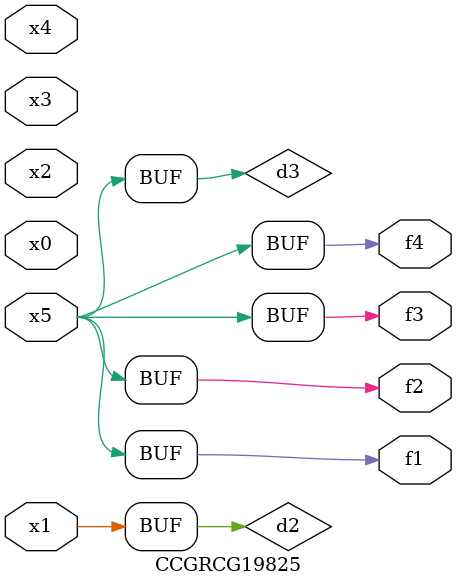
<source format=v>
module CCGRCG19825(
	input x0, x1, x2, x3, x4, x5,
	output f1, f2, f3, f4
);

	wire d1, d2, d3;

	not (d1, x5);
	or (d2, x1);
	xnor (d3, d1);
	assign f1 = d3;
	assign f2 = d3;
	assign f3 = d3;
	assign f4 = d3;
endmodule

</source>
